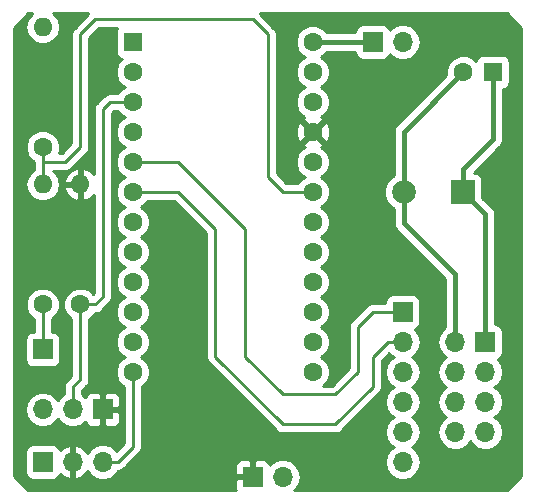
<source format=gbr>
G04 #@! TF.GenerationSoftware,KiCad,Pcbnew,5.0.1*
G04 #@! TF.CreationDate,2019-02-03T14:29:02+01:00*
G04 #@! TF.ProjectId,ardlantic,6172646C616E7469632E6B696361645F,rev?*
G04 #@! TF.SameCoordinates,Original*
G04 #@! TF.FileFunction,Copper,L1,Top,Signal*
G04 #@! TF.FilePolarity,Positive*
%FSLAX46Y46*%
G04 Gerber Fmt 4.6, Leading zero omitted, Abs format (unit mm)*
G04 Created by KiCad (PCBNEW 5.0.1) date Sun 03 Feb 2019 02:29:02 PM CET*
%MOMM*%
%LPD*%
G01*
G04 APERTURE LIST*
G04 #@! TA.AperFunction,ComponentPad*
%ADD10R,2.000000X2.000000*%
G04 #@! TD*
G04 #@! TA.AperFunction,ComponentPad*
%ADD11C,2.000000*%
G04 #@! TD*
G04 #@! TA.AperFunction,ComponentPad*
%ADD12O,1.700000X1.700000*%
G04 #@! TD*
G04 #@! TA.AperFunction,ComponentPad*
%ADD13R,1.700000X1.700000*%
G04 #@! TD*
G04 #@! TA.AperFunction,ComponentPad*
%ADD14C,1.600000*%
G04 #@! TD*
G04 #@! TA.AperFunction,ComponentPad*
%ADD15O,1.600000X1.600000*%
G04 #@! TD*
G04 #@! TA.AperFunction,ComponentPad*
%ADD16R,1.600000X1.600000*%
G04 #@! TD*
G04 #@! TA.AperFunction,Conductor*
%ADD17C,0.250000*%
G04 #@! TD*
G04 #@! TA.AperFunction,Conductor*
%ADD18C,0.400000*%
G04 #@! TD*
G04 #@! TA.AperFunction,Conductor*
%ADD19C,0.254000*%
G04 #@! TD*
G04 APERTURE END LIST*
D10*
G04 #@! TO.P,C1,1*
G04 #@! TO.N,Net-(C1-Pad1)*
X137160000Y-66040000D03*
D11*
G04 #@! TO.P,C1,2*
G04 #@! TO.N,/GND_NRF*
X132160000Y-66040000D03*
G04 #@! TD*
D12*
G04 #@! TO.P,J1 (DC),2*
G04 #@! TO.N,GND*
X132080000Y-53340000D03*
D13*
G04 #@! TO.P,J1 (DC),1*
G04 #@! TO.N,/VDC*
X129540000Y-53340000D03*
G04 #@! TD*
G04 #@! TO.P,J2,1*
G04 #@! TO.N,Net-(J2-Pad1)*
X101600000Y-79375000D03*
G04 #@! TD*
D12*
G04 #@! TO.P,J3 (IR),3*
G04 #@! TO.N,/DAT*
X106680000Y-88900000D03*
G04 #@! TO.P,J3 (IR),2*
G04 #@! TO.N,/VCC*
X104140000Y-88900000D03*
D13*
G04 #@! TO.P,J3 (IR),1*
G04 #@! TO.N,GND*
X101600000Y-88900000D03*
G04 #@! TD*
D12*
G04 #@! TO.P,J4,6*
G04 #@! TO.N,Net-(J4-Pad6)*
X132080000Y-88900000D03*
G04 #@! TO.P,J4,5*
G04 #@! TO.N,/M1*
X132080000Y-86360000D03*
G04 #@! TO.P,J4,4*
G04 #@! TO.N,/M0*
X132080000Y-83820000D03*
G04 #@! TO.P,J4,3*
G04 #@! TO.N,/SCK*
X132080000Y-81280000D03*
G04 #@! TO.P,J4,2*
G04 #@! TO.N,/CS*
X132080000Y-78740000D03*
D13*
G04 #@! TO.P,J4,1*
G04 #@! TO.N,/CE*
X132080000Y-76200000D03*
G04 #@! TD*
D12*
G04 #@! TO.P,J6,8*
G04 #@! TO.N,/M1_NRF*
X136525000Y-86360000D03*
G04 #@! TO.P,J6,7*
G04 #@! TO.N,Net-(J6-Pad7)*
X139065000Y-86360000D03*
G04 #@! TO.P,J6,6*
G04 #@! TO.N,/SCK_NRF*
X136525000Y-83820000D03*
G04 #@! TO.P,J6,5*
G04 #@! TO.N,Net-(J6-Pad5)*
X139065000Y-83820000D03*
G04 #@! TO.P,J6,4*
G04 #@! TO.N,/CE_NRF*
X136525000Y-81280000D03*
G04 #@! TO.P,J6,3*
G04 #@! TO.N,Net-(J6-Pad3)*
X139065000Y-81280000D03*
G04 #@! TO.P,J6,2*
G04 #@! TO.N,/GND_NRF*
X136525000Y-78740000D03*
D13*
G04 #@! TO.P,J6,1*
G04 #@! TO.N,Net-(C1-Pad1)*
X139065000Y-78740000D03*
G04 #@! TD*
G04 #@! TO.P,J5,1*
G04 #@! TO.N,/VCC*
X119380000Y-90170000D03*
D12*
G04 #@! TO.P,J5,2*
G04 #@! TO.N,GND*
X121920000Y-90170000D03*
G04 #@! TD*
D14*
G04 #@! TO.P,R1,1*
G04 #@! TO.N,Net-(J2-Pad1)*
X101600000Y-75565000D03*
D15*
G04 #@! TO.P,R1,2*
G04 #@! TO.N,Net-(R1-Pad2)*
X101600000Y-65405000D03*
G04 #@! TD*
G04 #@! TO.P,R2,2*
G04 #@! TO.N,GND*
X101600000Y-52070000D03*
D14*
G04 #@! TO.P,R2,1*
G04 #@! TO.N,Net-(R1-Pad2)*
X101600000Y-62230000D03*
G04 #@! TD*
D16*
G04 #@! TO.P,U1,1*
G04 #@! TO.N,Net-(U1-Pad1)*
X109220000Y-53340000D03*
D14*
G04 #@! TO.P,U1,2*
G04 #@! TO.N,Net-(U1-Pad2)*
X109220000Y-55880000D03*
G04 #@! TO.P,U1,3*
G04 #@! TO.N,/TDATA*
X109220000Y-58420000D03*
G04 #@! TO.P,U1,4*
G04 #@! TO.N,Net-(U1-Pad4)*
X109220000Y-60960000D03*
G04 #@! TO.P,U1,5*
G04 #@! TO.N,/CE*
X109220000Y-63500000D03*
G04 #@! TO.P,U1,6*
G04 #@! TO.N,/CS*
X109220000Y-66040000D03*
G04 #@! TO.P,U1,7*
G04 #@! TO.N,Net-(U1-Pad7)*
X109220000Y-68580000D03*
G04 #@! TO.P,U1,8*
G04 #@! TO.N,Net-(U1-Pad8)*
X109220000Y-71120000D03*
G04 #@! TO.P,U1,9*
G04 #@! TO.N,Net-(U1-Pad9)*
X109220000Y-73660000D03*
G04 #@! TO.P,U1,10*
G04 #@! TO.N,Net-(U1-Pad10)*
X109220000Y-76200000D03*
G04 #@! TO.P,U1,11*
G04 #@! TO.N,Net-(U1-Pad11)*
X109220000Y-78740000D03*
G04 #@! TO.P,U1,12*
G04 #@! TO.N,/DAT*
X109220000Y-81280000D03*
G04 #@! TO.P,U1,13*
G04 #@! TO.N,Net-(U1-Pad13)*
X124460000Y-81280000D03*
G04 #@! TO.P,U1,14*
G04 #@! TO.N,/M0*
X124460000Y-78740000D03*
G04 #@! TO.P,U1,15*
G04 #@! TO.N,/M1*
X124460000Y-76200000D03*
G04 #@! TO.P,U1,16*
G04 #@! TO.N,/SCK*
X124460000Y-73660000D03*
G04 #@! TO.P,U1,17*
G04 #@! TO.N,Net-(U1-Pad17)*
X124460000Y-71120000D03*
G04 #@! TO.P,U1,18*
G04 #@! TO.N,Net-(U1-Pad18)*
X124460000Y-68580000D03*
G04 #@! TO.P,U1,19*
G04 #@! TO.N,Net-(R1-Pad2)*
X124460000Y-66040000D03*
G04 #@! TO.P,U1,20*
G04 #@! TO.N,Net-(U1-Pad20)*
X124460000Y-63500000D03*
G04 #@! TO.P,U1,21*
G04 #@! TO.N,/VCC*
X124460000Y-60960000D03*
G04 #@! TO.P,U1,22*
G04 #@! TO.N,Net-(U1-Pad22)*
X124460000Y-58420000D03*
G04 #@! TO.P,U1,23*
G04 #@! TO.N,Net-(U1-Pad23)*
X124460000Y-55880000D03*
G04 #@! TO.P,U1,24*
G04 #@! TO.N,/VDC*
X124460000Y-53340000D03*
G04 #@! TD*
D16*
G04 #@! TO.P,C2,1*
G04 #@! TO.N,Net-(C1-Pad1)*
X139700000Y-55880000D03*
D14*
G04 #@! TO.P,C2,2*
G04 #@! TO.N,/GND_NRF*
X137200000Y-55880000D03*
G04 #@! TD*
D13*
G04 #@! TO.P,J7 (TEMP),1*
G04 #@! TO.N,/VCC*
X106680000Y-84455000D03*
D12*
G04 #@! TO.P,J7 (TEMP),2*
G04 #@! TO.N,/TDATA*
X104140000Y-84455000D03*
G04 #@! TO.P,J7 (TEMP),3*
G04 #@! TO.N,GND*
X101600000Y-84455000D03*
G04 #@! TD*
D14*
G04 #@! TO.P,R3,1*
G04 #@! TO.N,/TDATA*
X104775000Y-75565000D03*
D15*
G04 #@! TO.P,R3,2*
G04 #@! TO.N,/VCC*
X104775000Y-65405000D03*
G04 #@! TD*
D17*
G04 #@! TO.N,Net-(J2-Pad1)*
X101600000Y-75565000D02*
X101600000Y-79375000D01*
G04 #@! TO.N,/DAT*
X106680000Y-88900000D02*
X107950000Y-88900000D01*
X107950000Y-88900000D02*
X109220000Y-87630000D01*
X109220000Y-87630000D02*
X109220000Y-83820000D01*
X109220000Y-81280000D02*
X109220000Y-85090000D01*
G04 #@! TO.N,/CE*
X109220000Y-63500000D02*
X113030000Y-63500000D01*
X113030000Y-63500000D02*
X118745000Y-69215000D01*
X118745000Y-69215000D02*
X118745000Y-80010000D01*
X118745000Y-80010000D02*
X121920000Y-83185000D01*
X121920000Y-83185000D02*
X126365000Y-83185000D01*
X126365000Y-83185000D02*
X128270000Y-81280000D01*
X130980000Y-76200000D02*
X132080000Y-76200000D01*
X132080000Y-76200000D02*
X129540000Y-76200000D01*
X128270000Y-77470000D02*
X128270000Y-79375000D01*
X129540000Y-76200000D02*
X128270000Y-77470000D01*
X128270000Y-81280000D02*
X128270000Y-79375000D01*
X128270000Y-79375000D02*
X128270000Y-78910000D01*
G04 #@! TO.N,/CS*
X109220000Y-66040000D02*
X113030000Y-66040000D01*
X113030000Y-66040000D02*
X116205000Y-69215000D01*
X116205000Y-69215000D02*
X116205000Y-80010000D01*
X116205000Y-80010000D02*
X121920000Y-85725000D01*
X121920000Y-85725000D02*
X126365000Y-85725000D01*
X126365000Y-85725000D02*
X129540000Y-82550000D01*
X129540000Y-82550000D02*
X129540000Y-80010000D01*
X129540000Y-80010000D02*
X130810000Y-78740000D01*
X130810000Y-78740000D02*
X132080000Y-78740000D01*
G04 #@! TO.N,Net-(R1-Pad2)*
X104775000Y-62230000D02*
X103505000Y-63500000D01*
X104775000Y-52705000D02*
X104775000Y-62230000D01*
X121920000Y-66040000D02*
X120650000Y-64770000D01*
X124460000Y-66040000D02*
X121920000Y-66040000D01*
X120650000Y-64770000D02*
X120650000Y-52705000D01*
X120650000Y-52705000D02*
X119380000Y-51435000D01*
X119380000Y-51435000D02*
X106045000Y-51435000D01*
X106045000Y-51435000D02*
X104775000Y-52705000D01*
X103505000Y-63500000D02*
X101600000Y-63500000D01*
X101600000Y-62230000D02*
X101600000Y-63500000D01*
X101600000Y-63500000D02*
X101600000Y-65405000D01*
D18*
G04 #@! TO.N,/VDC*
X124460000Y-53340000D02*
X129540000Y-53340000D01*
G04 #@! TO.N,Net-(C1-Pad1)*
X139065000Y-67945000D02*
X137160000Y-66040000D01*
X139065000Y-78740000D02*
X139065000Y-67945000D01*
X137160000Y-66040000D02*
X137160000Y-64135000D01*
X139700000Y-61595000D02*
X139700000Y-55880000D01*
X137160000Y-64135000D02*
X139700000Y-61595000D01*
G04 #@! TO.N,/GND_NRF*
X136525000Y-78740000D02*
X136525000Y-73025000D01*
X132160000Y-68660000D02*
X132160000Y-66040000D01*
X136525000Y-73025000D02*
X132160000Y-68660000D01*
X132160000Y-60920000D02*
X137200000Y-55880000D01*
X132160000Y-66040000D02*
X132160000Y-60920000D01*
D17*
G04 #@! TO.N,/TDATA*
X109220000Y-58420000D02*
X107315000Y-58420000D01*
X107315000Y-58420000D02*
X106680000Y-59055000D01*
X106680000Y-59055000D02*
X106680000Y-74930000D01*
X106045000Y-75565000D02*
X104775000Y-75565000D01*
X106680000Y-74930000D02*
X106045000Y-75565000D01*
X104140000Y-82550000D02*
X104775000Y-81915000D01*
X104140000Y-84455000D02*
X104140000Y-82550000D01*
X104775000Y-75565000D02*
X104775000Y-81915000D01*
G04 #@! TD*
D19*
G04 #@! TO.N,/VCC*
G36*
X100565423Y-51035423D02*
X100248260Y-51510091D01*
X100136887Y-52070000D01*
X100248260Y-52629909D01*
X100565423Y-53104577D01*
X101040091Y-53421740D01*
X101458667Y-53505000D01*
X101741333Y-53505000D01*
X102159909Y-53421740D01*
X102634577Y-53104577D01*
X102951740Y-52629909D01*
X103063113Y-52070000D01*
X102951740Y-51510091D01*
X102634577Y-51035423D01*
X102472311Y-50927000D01*
X105470391Y-50927000D01*
X105454671Y-50950527D01*
X104290530Y-52114669D01*
X104227071Y-52157071D01*
X104059096Y-52408464D01*
X104015000Y-52630149D01*
X104015000Y-52630153D01*
X104000112Y-52705000D01*
X104015000Y-52779847D01*
X104015001Y-61915197D01*
X103190199Y-62740000D01*
X102941984Y-62740000D01*
X103035000Y-62515439D01*
X103035000Y-61944561D01*
X102816534Y-61417138D01*
X102412862Y-61013466D01*
X101885439Y-60795000D01*
X101314561Y-60795000D01*
X100787138Y-61013466D01*
X100383466Y-61417138D01*
X100165000Y-61944561D01*
X100165000Y-62515439D01*
X100383466Y-63042862D01*
X100787138Y-63446534D01*
X100832046Y-63465136D01*
X100825111Y-63500000D01*
X100840000Y-63574852D01*
X100840000Y-64186956D01*
X100565423Y-64370423D01*
X100248260Y-64845091D01*
X100136887Y-65405000D01*
X100248260Y-65964909D01*
X100565423Y-66439577D01*
X101040091Y-66756740D01*
X101458667Y-66840000D01*
X101741333Y-66840000D01*
X102159909Y-66756740D01*
X102634577Y-66439577D01*
X102951740Y-65964909D01*
X102993684Y-65754041D01*
X103383086Y-65754041D01*
X103622611Y-66260134D01*
X104037577Y-66636041D01*
X104425961Y-66796904D01*
X104648000Y-66674915D01*
X104648000Y-65532000D01*
X103504371Y-65532000D01*
X103383086Y-65754041D01*
X102993684Y-65754041D01*
X103063113Y-65405000D01*
X102993685Y-65055959D01*
X103383086Y-65055959D01*
X103504371Y-65278000D01*
X104648000Y-65278000D01*
X104648000Y-64135085D01*
X104425961Y-64013096D01*
X104037577Y-64173959D01*
X103622611Y-64549866D01*
X103383086Y-65055959D01*
X102993685Y-65055959D01*
X102951740Y-64845091D01*
X102634577Y-64370423D01*
X102469317Y-64260000D01*
X103430153Y-64260000D01*
X103505000Y-64274888D01*
X103579847Y-64260000D01*
X103579852Y-64260000D01*
X103801537Y-64215904D01*
X104052929Y-64047929D01*
X104095331Y-63984470D01*
X105259473Y-62820329D01*
X105322929Y-62777929D01*
X105490904Y-62526537D01*
X105535000Y-62304852D01*
X105535000Y-62304848D01*
X105549888Y-62230001D01*
X105535000Y-62155154D01*
X105535000Y-53019801D01*
X106359802Y-52195000D01*
X107886814Y-52195000D01*
X107821843Y-52292235D01*
X107772560Y-52540000D01*
X107772560Y-54140000D01*
X107821843Y-54387765D01*
X107962191Y-54597809D01*
X108172235Y-54738157D01*
X108305866Y-54764738D01*
X108003466Y-55067138D01*
X107785000Y-55594561D01*
X107785000Y-56165439D01*
X108003466Y-56692862D01*
X108407138Y-57096534D01*
X108536216Y-57150000D01*
X108407138Y-57203466D01*
X108003466Y-57607138D01*
X107981570Y-57660000D01*
X107389848Y-57660000D01*
X107315000Y-57645112D01*
X107240152Y-57660000D01*
X107240148Y-57660000D01*
X107018463Y-57704096D01*
X106767071Y-57872071D01*
X106724671Y-57935527D01*
X106195530Y-58464669D01*
X106132071Y-58507071D01*
X105964096Y-58758464D01*
X105920000Y-58980149D01*
X105920000Y-58980153D01*
X105905112Y-59055000D01*
X105920000Y-59129847D01*
X105920000Y-64543173D01*
X105512423Y-64173959D01*
X105124039Y-64013096D01*
X104902000Y-64135085D01*
X104902000Y-65278000D01*
X104922000Y-65278000D01*
X104922000Y-65532000D01*
X104902000Y-65532000D01*
X104902000Y-66674915D01*
X105124039Y-66796904D01*
X105512423Y-66636041D01*
X105920000Y-66266827D01*
X105920001Y-74615197D01*
X105887297Y-74647901D01*
X105587862Y-74348466D01*
X105060439Y-74130000D01*
X104489561Y-74130000D01*
X103962138Y-74348466D01*
X103558466Y-74752138D01*
X103340000Y-75279561D01*
X103340000Y-75850439D01*
X103558466Y-76377862D01*
X103962138Y-76781534D01*
X104015000Y-76803430D01*
X104015001Y-81600197D01*
X103655528Y-81959671D01*
X103592072Y-82002071D01*
X103549672Y-82065527D01*
X103549671Y-82065528D01*
X103424097Y-82253463D01*
X103365112Y-82550000D01*
X103380001Y-82624851D01*
X103380001Y-83176822D01*
X103069375Y-83384375D01*
X102870000Y-83682761D01*
X102670625Y-83384375D01*
X102179418Y-83056161D01*
X101746256Y-82970000D01*
X101453744Y-82970000D01*
X101020582Y-83056161D01*
X100529375Y-83384375D01*
X100201161Y-83875582D01*
X100085908Y-84455000D01*
X100201161Y-85034418D01*
X100529375Y-85525625D01*
X101020582Y-85853839D01*
X101453744Y-85940000D01*
X101746256Y-85940000D01*
X102179418Y-85853839D01*
X102670625Y-85525625D01*
X102870000Y-85227239D01*
X103069375Y-85525625D01*
X103560582Y-85853839D01*
X103993744Y-85940000D01*
X104286256Y-85940000D01*
X104719418Y-85853839D01*
X105210625Y-85525625D01*
X105225096Y-85503967D01*
X105291673Y-85664698D01*
X105470301Y-85843327D01*
X105703690Y-85940000D01*
X106394250Y-85940000D01*
X106553000Y-85781250D01*
X106553000Y-84582000D01*
X106807000Y-84582000D01*
X106807000Y-85781250D01*
X106965750Y-85940000D01*
X107656310Y-85940000D01*
X107889699Y-85843327D01*
X108068327Y-85664698D01*
X108165000Y-85431309D01*
X108165000Y-84740750D01*
X108006250Y-84582000D01*
X106807000Y-84582000D01*
X106553000Y-84582000D01*
X106533000Y-84582000D01*
X106533000Y-84328000D01*
X106553000Y-84328000D01*
X106553000Y-83128750D01*
X106807000Y-83128750D01*
X106807000Y-84328000D01*
X108006250Y-84328000D01*
X108165000Y-84169250D01*
X108165000Y-83478691D01*
X108068327Y-83245302D01*
X107889699Y-83066673D01*
X107656310Y-82970000D01*
X106965750Y-82970000D01*
X106807000Y-83128750D01*
X106553000Y-83128750D01*
X106394250Y-82970000D01*
X105703690Y-82970000D01*
X105470301Y-83066673D01*
X105291673Y-83245302D01*
X105225096Y-83406033D01*
X105210625Y-83384375D01*
X104900000Y-83176822D01*
X104900000Y-82864801D01*
X105259473Y-82505329D01*
X105322929Y-82462929D01*
X105490904Y-82211537D01*
X105535000Y-81989852D01*
X105535000Y-81989848D01*
X105549888Y-81915000D01*
X105535000Y-81840152D01*
X105535000Y-76803430D01*
X105587862Y-76781534D01*
X105991534Y-76377862D01*
X106010136Y-76332953D01*
X106045000Y-76339888D01*
X106119847Y-76325000D01*
X106119852Y-76325000D01*
X106341537Y-76280904D01*
X106592929Y-76112929D01*
X106635331Y-76049470D01*
X107164473Y-75520329D01*
X107227929Y-75477929D01*
X107395904Y-75226537D01*
X107440000Y-75004852D01*
X107440000Y-75004848D01*
X107454888Y-74930000D01*
X107440000Y-74855152D01*
X107440000Y-59369801D01*
X107629802Y-59180000D01*
X107981570Y-59180000D01*
X108003466Y-59232862D01*
X108407138Y-59636534D01*
X108536216Y-59690000D01*
X108407138Y-59743466D01*
X108003466Y-60147138D01*
X107785000Y-60674561D01*
X107785000Y-61245439D01*
X108003466Y-61772862D01*
X108407138Y-62176534D01*
X108536216Y-62230000D01*
X108407138Y-62283466D01*
X108003466Y-62687138D01*
X107785000Y-63214561D01*
X107785000Y-63785439D01*
X108003466Y-64312862D01*
X108407138Y-64716534D01*
X108536216Y-64770000D01*
X108407138Y-64823466D01*
X108003466Y-65227138D01*
X107785000Y-65754561D01*
X107785000Y-66325439D01*
X108003466Y-66852862D01*
X108407138Y-67256534D01*
X108536216Y-67310000D01*
X108407138Y-67363466D01*
X108003466Y-67767138D01*
X107785000Y-68294561D01*
X107785000Y-68865439D01*
X108003466Y-69392862D01*
X108407138Y-69796534D01*
X108536216Y-69850000D01*
X108407138Y-69903466D01*
X108003466Y-70307138D01*
X107785000Y-70834561D01*
X107785000Y-71405439D01*
X108003466Y-71932862D01*
X108407138Y-72336534D01*
X108536216Y-72390000D01*
X108407138Y-72443466D01*
X108003466Y-72847138D01*
X107785000Y-73374561D01*
X107785000Y-73945439D01*
X108003466Y-74472862D01*
X108407138Y-74876534D01*
X108536216Y-74930000D01*
X108407138Y-74983466D01*
X108003466Y-75387138D01*
X107785000Y-75914561D01*
X107785000Y-76485439D01*
X108003466Y-77012862D01*
X108407138Y-77416534D01*
X108536216Y-77470000D01*
X108407138Y-77523466D01*
X108003466Y-77927138D01*
X107785000Y-78454561D01*
X107785000Y-79025439D01*
X108003466Y-79552862D01*
X108407138Y-79956534D01*
X108536216Y-80010000D01*
X108407138Y-80063466D01*
X108003466Y-80467138D01*
X107785000Y-80994561D01*
X107785000Y-81565439D01*
X108003466Y-82092862D01*
X108407138Y-82496534D01*
X108460000Y-82518430D01*
X108460001Y-83745148D01*
X108460000Y-87315198D01*
X107828811Y-87946388D01*
X107750625Y-87829375D01*
X107259418Y-87501161D01*
X106826256Y-87415000D01*
X106533744Y-87415000D01*
X106100582Y-87501161D01*
X105609375Y-87829375D01*
X105396157Y-88148478D01*
X105335183Y-88018642D01*
X104906924Y-87628355D01*
X104496890Y-87458524D01*
X104267000Y-87579845D01*
X104267000Y-88773000D01*
X104287000Y-88773000D01*
X104287000Y-89027000D01*
X104267000Y-89027000D01*
X104267000Y-90220155D01*
X104496890Y-90341476D01*
X104906924Y-90171645D01*
X105335183Y-89781358D01*
X105396157Y-89651522D01*
X105609375Y-89970625D01*
X106100582Y-90298839D01*
X106533744Y-90385000D01*
X106826256Y-90385000D01*
X107259418Y-90298839D01*
X107750625Y-89970625D01*
X107948438Y-89674577D01*
X107950000Y-89674888D01*
X108024847Y-89660000D01*
X108024852Y-89660000D01*
X108246537Y-89615904D01*
X108497929Y-89447929D01*
X108540331Y-89384470D01*
X108731110Y-89193691D01*
X117895000Y-89193691D01*
X117895000Y-89884250D01*
X118053750Y-90043000D01*
X119253000Y-90043000D01*
X119253000Y-88843750D01*
X119094250Y-88685000D01*
X118403690Y-88685000D01*
X118170301Y-88781673D01*
X117991673Y-88960302D01*
X117895000Y-89193691D01*
X108731110Y-89193691D01*
X109704473Y-88220329D01*
X109767929Y-88177929D01*
X109935904Y-87926537D01*
X109980000Y-87704852D01*
X109980000Y-87704848D01*
X109994888Y-87630001D01*
X109980000Y-87555154D01*
X109980000Y-82518430D01*
X110032862Y-82496534D01*
X110436534Y-82092862D01*
X110655000Y-81565439D01*
X110655000Y-80994561D01*
X110436534Y-80467138D01*
X110032862Y-80063466D01*
X109903784Y-80010000D01*
X110032862Y-79956534D01*
X110436534Y-79552862D01*
X110655000Y-79025439D01*
X110655000Y-78454561D01*
X110436534Y-77927138D01*
X110032862Y-77523466D01*
X109903784Y-77470000D01*
X110032862Y-77416534D01*
X110436534Y-77012862D01*
X110655000Y-76485439D01*
X110655000Y-75914561D01*
X110436534Y-75387138D01*
X110032862Y-74983466D01*
X109903784Y-74930000D01*
X110032862Y-74876534D01*
X110436534Y-74472862D01*
X110655000Y-73945439D01*
X110655000Y-73374561D01*
X110436534Y-72847138D01*
X110032862Y-72443466D01*
X109903784Y-72390000D01*
X110032862Y-72336534D01*
X110436534Y-71932862D01*
X110655000Y-71405439D01*
X110655000Y-70834561D01*
X110436534Y-70307138D01*
X110032862Y-69903466D01*
X109903784Y-69850000D01*
X110032862Y-69796534D01*
X110436534Y-69392862D01*
X110655000Y-68865439D01*
X110655000Y-68294561D01*
X110436534Y-67767138D01*
X110032862Y-67363466D01*
X109903784Y-67310000D01*
X110032862Y-67256534D01*
X110436534Y-66852862D01*
X110458430Y-66800000D01*
X112715199Y-66800000D01*
X115445000Y-69529802D01*
X115445001Y-79935148D01*
X115430112Y-80010000D01*
X115445001Y-80084852D01*
X115489097Y-80306537D01*
X115657072Y-80557929D01*
X115720528Y-80600329D01*
X121329671Y-86209473D01*
X121372071Y-86272929D01*
X121623463Y-86440904D01*
X121845148Y-86485000D01*
X121845152Y-86485000D01*
X121920000Y-86499888D01*
X121994848Y-86485000D01*
X126290153Y-86485000D01*
X126365000Y-86499888D01*
X126439847Y-86485000D01*
X126439852Y-86485000D01*
X126661537Y-86440904D01*
X126912929Y-86272929D01*
X126955331Y-86209470D01*
X130024473Y-83140329D01*
X130087929Y-83097929D01*
X130255904Y-82846537D01*
X130300000Y-82624852D01*
X130300000Y-82624848D01*
X130314888Y-82550001D01*
X130300000Y-82475154D01*
X130300000Y-80324801D01*
X130931190Y-79693612D01*
X131009375Y-79810625D01*
X131307761Y-80010000D01*
X131009375Y-80209375D01*
X130681161Y-80700582D01*
X130565908Y-81280000D01*
X130681161Y-81859418D01*
X131009375Y-82350625D01*
X131307761Y-82550000D01*
X131009375Y-82749375D01*
X130681161Y-83240582D01*
X130565908Y-83820000D01*
X130681161Y-84399418D01*
X131009375Y-84890625D01*
X131307761Y-85090000D01*
X131009375Y-85289375D01*
X130681161Y-85780582D01*
X130565908Y-86360000D01*
X130681161Y-86939418D01*
X131009375Y-87430625D01*
X131307761Y-87630000D01*
X131009375Y-87829375D01*
X130681161Y-88320582D01*
X130565908Y-88900000D01*
X130681161Y-89479418D01*
X131009375Y-89970625D01*
X131500582Y-90298839D01*
X131933744Y-90385000D01*
X132226256Y-90385000D01*
X132659418Y-90298839D01*
X133150625Y-89970625D01*
X133478839Y-89479418D01*
X133594092Y-88900000D01*
X133478839Y-88320582D01*
X133150625Y-87829375D01*
X132852239Y-87630000D01*
X133150625Y-87430625D01*
X133478839Y-86939418D01*
X133594092Y-86360000D01*
X133478839Y-85780582D01*
X133150625Y-85289375D01*
X132852239Y-85090000D01*
X133150625Y-84890625D01*
X133478839Y-84399418D01*
X133594092Y-83820000D01*
X133478839Y-83240582D01*
X133150625Y-82749375D01*
X132852239Y-82550000D01*
X133150625Y-82350625D01*
X133478839Y-81859418D01*
X133594092Y-81280000D01*
X133478839Y-80700582D01*
X133150625Y-80209375D01*
X132852239Y-80010000D01*
X133150625Y-79810625D01*
X133478839Y-79319418D01*
X133594092Y-78740000D01*
X133478839Y-78160582D01*
X133150625Y-77669375D01*
X133132381Y-77657184D01*
X133177765Y-77648157D01*
X133387809Y-77507809D01*
X133528157Y-77297765D01*
X133577440Y-77050000D01*
X133577440Y-75350000D01*
X133528157Y-75102235D01*
X133387809Y-74892191D01*
X133177765Y-74751843D01*
X132930000Y-74702560D01*
X131230000Y-74702560D01*
X130982235Y-74751843D01*
X130772191Y-74892191D01*
X130631843Y-75102235D01*
X130582560Y-75350000D01*
X130582560Y-75440000D01*
X129614846Y-75440000D01*
X129539999Y-75425112D01*
X129465152Y-75440000D01*
X129465148Y-75440000D01*
X129243463Y-75484096D01*
X128992071Y-75652071D01*
X128949671Y-75715527D01*
X127785530Y-76879669D01*
X127722071Y-76922071D01*
X127554096Y-77173464D01*
X127510000Y-77395149D01*
X127510000Y-77395153D01*
X127495112Y-77470000D01*
X127510000Y-77544847D01*
X127510001Y-78835144D01*
X127510000Y-78835148D01*
X127510000Y-79449851D01*
X127510001Y-79449856D01*
X127510000Y-80965198D01*
X126050199Y-82425000D01*
X125344396Y-82425000D01*
X125676534Y-82092862D01*
X125895000Y-81565439D01*
X125895000Y-80994561D01*
X125676534Y-80467138D01*
X125272862Y-80063466D01*
X125143784Y-80010000D01*
X125272862Y-79956534D01*
X125676534Y-79552862D01*
X125895000Y-79025439D01*
X125895000Y-78454561D01*
X125676534Y-77927138D01*
X125272862Y-77523466D01*
X125143784Y-77470000D01*
X125272862Y-77416534D01*
X125676534Y-77012862D01*
X125895000Y-76485439D01*
X125895000Y-75914561D01*
X125676534Y-75387138D01*
X125272862Y-74983466D01*
X125143784Y-74930000D01*
X125272862Y-74876534D01*
X125676534Y-74472862D01*
X125895000Y-73945439D01*
X125895000Y-73374561D01*
X125676534Y-72847138D01*
X125272862Y-72443466D01*
X125143784Y-72390000D01*
X125272862Y-72336534D01*
X125676534Y-71932862D01*
X125895000Y-71405439D01*
X125895000Y-70834561D01*
X125676534Y-70307138D01*
X125272862Y-69903466D01*
X125143784Y-69850000D01*
X125272862Y-69796534D01*
X125676534Y-69392862D01*
X125895000Y-68865439D01*
X125895000Y-68294561D01*
X125676534Y-67767138D01*
X125272862Y-67363466D01*
X125143784Y-67310000D01*
X125272862Y-67256534D01*
X125676534Y-66852862D01*
X125895000Y-66325439D01*
X125895000Y-65754561D01*
X125878522Y-65714778D01*
X130525000Y-65714778D01*
X130525000Y-66365222D01*
X130773914Y-66966153D01*
X131233847Y-67426086D01*
X131325000Y-67463843D01*
X131325000Y-68577767D01*
X131308643Y-68660000D01*
X131325000Y-68742233D01*
X131325000Y-68742236D01*
X131373448Y-68985800D01*
X131557999Y-69262001D01*
X131627720Y-69308587D01*
X135690001Y-73370869D01*
X135690000Y-77511935D01*
X135454375Y-77669375D01*
X135126161Y-78160582D01*
X135010908Y-78740000D01*
X135126161Y-79319418D01*
X135454375Y-79810625D01*
X135752761Y-80010000D01*
X135454375Y-80209375D01*
X135126161Y-80700582D01*
X135010908Y-81280000D01*
X135126161Y-81859418D01*
X135454375Y-82350625D01*
X135752761Y-82550000D01*
X135454375Y-82749375D01*
X135126161Y-83240582D01*
X135010908Y-83820000D01*
X135126161Y-84399418D01*
X135454375Y-84890625D01*
X135752761Y-85090000D01*
X135454375Y-85289375D01*
X135126161Y-85780582D01*
X135010908Y-86360000D01*
X135126161Y-86939418D01*
X135454375Y-87430625D01*
X135945582Y-87758839D01*
X136378744Y-87845000D01*
X136671256Y-87845000D01*
X137104418Y-87758839D01*
X137595625Y-87430625D01*
X137795000Y-87132239D01*
X137994375Y-87430625D01*
X138485582Y-87758839D01*
X138918744Y-87845000D01*
X139211256Y-87845000D01*
X139644418Y-87758839D01*
X140135625Y-87430625D01*
X140463839Y-86939418D01*
X140579092Y-86360000D01*
X140463839Y-85780582D01*
X140135625Y-85289375D01*
X139837239Y-85090000D01*
X140135625Y-84890625D01*
X140463839Y-84399418D01*
X140579092Y-83820000D01*
X140463839Y-83240582D01*
X140135625Y-82749375D01*
X139837239Y-82550000D01*
X140135625Y-82350625D01*
X140463839Y-81859418D01*
X140579092Y-81280000D01*
X140463839Y-80700582D01*
X140135625Y-80209375D01*
X140117381Y-80197184D01*
X140162765Y-80188157D01*
X140372809Y-80047809D01*
X140513157Y-79837765D01*
X140562440Y-79590000D01*
X140562440Y-77890000D01*
X140513157Y-77642235D01*
X140372809Y-77432191D01*
X140162765Y-77291843D01*
X139915000Y-77242560D01*
X139900000Y-77242560D01*
X139900000Y-68027237D01*
X139916358Y-67945000D01*
X139851552Y-67619199D01*
X139713584Y-67412716D01*
X139667001Y-67342999D01*
X139597283Y-67296415D01*
X138807440Y-66506572D01*
X138807440Y-65040000D01*
X138758157Y-64792235D01*
X138617809Y-64582191D01*
X138407765Y-64441843D01*
X138160000Y-64392560D01*
X138083307Y-64392560D01*
X140232286Y-62243583D01*
X140302001Y-62197001D01*
X140486552Y-61920801D01*
X140535000Y-61677237D01*
X140535000Y-61677234D01*
X140551357Y-61595001D01*
X140535000Y-61512768D01*
X140535000Y-57320478D01*
X140747765Y-57278157D01*
X140957809Y-57137809D01*
X141098157Y-56927765D01*
X141147440Y-56680000D01*
X141147440Y-55080000D01*
X141098157Y-54832235D01*
X140957809Y-54622191D01*
X140747765Y-54481843D01*
X140500000Y-54432560D01*
X138900000Y-54432560D01*
X138652235Y-54481843D01*
X138442191Y-54622191D01*
X138301843Y-54832235D01*
X138281899Y-54932503D01*
X138012862Y-54663466D01*
X137485439Y-54445000D01*
X136914561Y-54445000D01*
X136387138Y-54663466D01*
X135983466Y-55067138D01*
X135765000Y-55594561D01*
X135765000Y-56134131D01*
X131627718Y-60271415D01*
X131558000Y-60317999D01*
X131511416Y-60387717D01*
X131373448Y-60594200D01*
X131308643Y-60920000D01*
X131325001Y-61002238D01*
X131325000Y-64616157D01*
X131233847Y-64653914D01*
X130773914Y-65113847D01*
X130525000Y-65714778D01*
X125878522Y-65714778D01*
X125676534Y-65227138D01*
X125272862Y-64823466D01*
X125143784Y-64770000D01*
X125272862Y-64716534D01*
X125676534Y-64312862D01*
X125895000Y-63785439D01*
X125895000Y-63214561D01*
X125676534Y-62687138D01*
X125272862Y-62283466D01*
X125159417Y-62236475D01*
X125214005Y-62213864D01*
X125288139Y-61967745D01*
X124460000Y-61139605D01*
X123631861Y-61967745D01*
X123705995Y-62213864D01*
X123764448Y-62234874D01*
X123647138Y-62283466D01*
X123243466Y-62687138D01*
X123025000Y-63214561D01*
X123025000Y-63785439D01*
X123243466Y-64312862D01*
X123647138Y-64716534D01*
X123776216Y-64770000D01*
X123647138Y-64823466D01*
X123243466Y-65227138D01*
X123221570Y-65280000D01*
X122234802Y-65280000D01*
X121410000Y-64455199D01*
X121410000Y-60743223D01*
X123013035Y-60743223D01*
X123040222Y-61313454D01*
X123206136Y-61714005D01*
X123452255Y-61788139D01*
X124280395Y-60960000D01*
X124639605Y-60960000D01*
X125467745Y-61788139D01*
X125713864Y-61714005D01*
X125906965Y-61176777D01*
X125879778Y-60606546D01*
X125713864Y-60205995D01*
X125467745Y-60131861D01*
X124639605Y-60960000D01*
X124280395Y-60960000D01*
X123452255Y-60131861D01*
X123206136Y-60205995D01*
X123013035Y-60743223D01*
X121410000Y-60743223D01*
X121410000Y-53054561D01*
X123025000Y-53054561D01*
X123025000Y-53625439D01*
X123243466Y-54152862D01*
X123647138Y-54556534D01*
X123776216Y-54610000D01*
X123647138Y-54663466D01*
X123243466Y-55067138D01*
X123025000Y-55594561D01*
X123025000Y-56165439D01*
X123243466Y-56692862D01*
X123647138Y-57096534D01*
X123776216Y-57150000D01*
X123647138Y-57203466D01*
X123243466Y-57607138D01*
X123025000Y-58134561D01*
X123025000Y-58705439D01*
X123243466Y-59232862D01*
X123647138Y-59636534D01*
X123760583Y-59683525D01*
X123705995Y-59706136D01*
X123631861Y-59952255D01*
X124460000Y-60780395D01*
X125288139Y-59952255D01*
X125214005Y-59706136D01*
X125155552Y-59685126D01*
X125272862Y-59636534D01*
X125676534Y-59232862D01*
X125895000Y-58705439D01*
X125895000Y-58134561D01*
X125676534Y-57607138D01*
X125272862Y-57203466D01*
X125143784Y-57150000D01*
X125272862Y-57096534D01*
X125676534Y-56692862D01*
X125895000Y-56165439D01*
X125895000Y-55594561D01*
X125676534Y-55067138D01*
X125272862Y-54663466D01*
X125143784Y-54610000D01*
X125272862Y-54556534D01*
X125654396Y-54175000D01*
X128042560Y-54175000D01*
X128042560Y-54190000D01*
X128091843Y-54437765D01*
X128232191Y-54647809D01*
X128442235Y-54788157D01*
X128690000Y-54837440D01*
X130390000Y-54837440D01*
X130637765Y-54788157D01*
X130847809Y-54647809D01*
X130988157Y-54437765D01*
X130997184Y-54392381D01*
X131009375Y-54410625D01*
X131500582Y-54738839D01*
X131933744Y-54825000D01*
X132226256Y-54825000D01*
X132659418Y-54738839D01*
X133150625Y-54410625D01*
X133478839Y-53919418D01*
X133594092Y-53340000D01*
X133478839Y-52760582D01*
X133150625Y-52269375D01*
X132659418Y-51941161D01*
X132226256Y-51855000D01*
X131933744Y-51855000D01*
X131500582Y-51941161D01*
X131009375Y-52269375D01*
X130997184Y-52287619D01*
X130988157Y-52242235D01*
X130847809Y-52032191D01*
X130637765Y-51891843D01*
X130390000Y-51842560D01*
X128690000Y-51842560D01*
X128442235Y-51891843D01*
X128232191Y-52032191D01*
X128091843Y-52242235D01*
X128042560Y-52490000D01*
X128042560Y-52505000D01*
X125654396Y-52505000D01*
X125272862Y-52123466D01*
X124745439Y-51905000D01*
X124174561Y-51905000D01*
X123647138Y-52123466D01*
X123243466Y-52527138D01*
X123025000Y-53054561D01*
X121410000Y-53054561D01*
X121410000Y-52779846D01*
X121424888Y-52704999D01*
X121410000Y-52630152D01*
X121410000Y-52630148D01*
X121365904Y-52408463D01*
X121197929Y-52157071D01*
X121134473Y-52114671D01*
X119970331Y-50950530D01*
X119954609Y-50927000D01*
X140917394Y-50927000D01*
X142113000Y-52122606D01*
X142113000Y-90117394D01*
X140917394Y-91313000D01*
X122882308Y-91313000D01*
X122990625Y-91240625D01*
X123318839Y-90749418D01*
X123434092Y-90170000D01*
X123318839Y-89590582D01*
X122990625Y-89099375D01*
X122499418Y-88771161D01*
X122066256Y-88685000D01*
X121773744Y-88685000D01*
X121340582Y-88771161D01*
X120849375Y-89099375D01*
X120834904Y-89121033D01*
X120768327Y-88960302D01*
X120589699Y-88781673D01*
X120356310Y-88685000D01*
X119665750Y-88685000D01*
X119507000Y-88843750D01*
X119507000Y-90043000D01*
X119527000Y-90043000D01*
X119527000Y-90297000D01*
X119507000Y-90297000D01*
X119507000Y-90317000D01*
X119253000Y-90317000D01*
X119253000Y-90297000D01*
X118053750Y-90297000D01*
X117895000Y-90455750D01*
X117895000Y-91146309D01*
X117964046Y-91313000D01*
X100382606Y-91313000D01*
X99187000Y-90117394D01*
X99187000Y-88050000D01*
X100102560Y-88050000D01*
X100102560Y-89750000D01*
X100151843Y-89997765D01*
X100292191Y-90207809D01*
X100502235Y-90348157D01*
X100750000Y-90397440D01*
X102450000Y-90397440D01*
X102697765Y-90348157D01*
X102907809Y-90207809D01*
X103048157Y-89997765D01*
X103068739Y-89894292D01*
X103373076Y-90171645D01*
X103783110Y-90341476D01*
X104013000Y-90220155D01*
X104013000Y-89027000D01*
X103993000Y-89027000D01*
X103993000Y-88773000D01*
X104013000Y-88773000D01*
X104013000Y-87579845D01*
X103783110Y-87458524D01*
X103373076Y-87628355D01*
X103068739Y-87905708D01*
X103048157Y-87802235D01*
X102907809Y-87592191D01*
X102697765Y-87451843D01*
X102450000Y-87402560D01*
X100750000Y-87402560D01*
X100502235Y-87451843D01*
X100292191Y-87592191D01*
X100151843Y-87802235D01*
X100102560Y-88050000D01*
X99187000Y-88050000D01*
X99187000Y-78525000D01*
X100102560Y-78525000D01*
X100102560Y-80225000D01*
X100151843Y-80472765D01*
X100292191Y-80682809D01*
X100502235Y-80823157D01*
X100750000Y-80872440D01*
X102450000Y-80872440D01*
X102697765Y-80823157D01*
X102907809Y-80682809D01*
X103048157Y-80472765D01*
X103097440Y-80225000D01*
X103097440Y-78525000D01*
X103048157Y-78277235D01*
X102907809Y-78067191D01*
X102697765Y-77926843D01*
X102450000Y-77877560D01*
X102360000Y-77877560D01*
X102360000Y-76803430D01*
X102412862Y-76781534D01*
X102816534Y-76377862D01*
X103035000Y-75850439D01*
X103035000Y-75279561D01*
X102816534Y-74752138D01*
X102412862Y-74348466D01*
X101885439Y-74130000D01*
X101314561Y-74130000D01*
X100787138Y-74348466D01*
X100383466Y-74752138D01*
X100165000Y-75279561D01*
X100165000Y-75850439D01*
X100383466Y-76377862D01*
X100787138Y-76781534D01*
X100840000Y-76803430D01*
X100840001Y-77877560D01*
X100750000Y-77877560D01*
X100502235Y-77926843D01*
X100292191Y-78067191D01*
X100151843Y-78277235D01*
X100102560Y-78525000D01*
X99187000Y-78525000D01*
X99187000Y-52122606D01*
X100382606Y-50927000D01*
X100727689Y-50927000D01*
X100565423Y-51035423D01*
X100565423Y-51035423D01*
G37*
X100565423Y-51035423D02*
X100248260Y-51510091D01*
X100136887Y-52070000D01*
X100248260Y-52629909D01*
X100565423Y-53104577D01*
X101040091Y-53421740D01*
X101458667Y-53505000D01*
X101741333Y-53505000D01*
X102159909Y-53421740D01*
X102634577Y-53104577D01*
X102951740Y-52629909D01*
X103063113Y-52070000D01*
X102951740Y-51510091D01*
X102634577Y-51035423D01*
X102472311Y-50927000D01*
X105470391Y-50927000D01*
X105454671Y-50950527D01*
X104290530Y-52114669D01*
X104227071Y-52157071D01*
X104059096Y-52408464D01*
X104015000Y-52630149D01*
X104015000Y-52630153D01*
X104000112Y-52705000D01*
X104015000Y-52779847D01*
X104015001Y-61915197D01*
X103190199Y-62740000D01*
X102941984Y-62740000D01*
X103035000Y-62515439D01*
X103035000Y-61944561D01*
X102816534Y-61417138D01*
X102412862Y-61013466D01*
X101885439Y-60795000D01*
X101314561Y-60795000D01*
X100787138Y-61013466D01*
X100383466Y-61417138D01*
X100165000Y-61944561D01*
X100165000Y-62515439D01*
X100383466Y-63042862D01*
X100787138Y-63446534D01*
X100832046Y-63465136D01*
X100825111Y-63500000D01*
X100840000Y-63574852D01*
X100840000Y-64186956D01*
X100565423Y-64370423D01*
X100248260Y-64845091D01*
X100136887Y-65405000D01*
X100248260Y-65964909D01*
X100565423Y-66439577D01*
X101040091Y-66756740D01*
X101458667Y-66840000D01*
X101741333Y-66840000D01*
X102159909Y-66756740D01*
X102634577Y-66439577D01*
X102951740Y-65964909D01*
X102993684Y-65754041D01*
X103383086Y-65754041D01*
X103622611Y-66260134D01*
X104037577Y-66636041D01*
X104425961Y-66796904D01*
X104648000Y-66674915D01*
X104648000Y-65532000D01*
X103504371Y-65532000D01*
X103383086Y-65754041D01*
X102993684Y-65754041D01*
X103063113Y-65405000D01*
X102993685Y-65055959D01*
X103383086Y-65055959D01*
X103504371Y-65278000D01*
X104648000Y-65278000D01*
X104648000Y-64135085D01*
X104425961Y-64013096D01*
X104037577Y-64173959D01*
X103622611Y-64549866D01*
X103383086Y-65055959D01*
X102993685Y-65055959D01*
X102951740Y-64845091D01*
X102634577Y-64370423D01*
X102469317Y-64260000D01*
X103430153Y-64260000D01*
X103505000Y-64274888D01*
X103579847Y-64260000D01*
X103579852Y-64260000D01*
X103801537Y-64215904D01*
X104052929Y-64047929D01*
X104095331Y-63984470D01*
X105259473Y-62820329D01*
X105322929Y-62777929D01*
X105490904Y-62526537D01*
X105535000Y-62304852D01*
X105535000Y-62304848D01*
X105549888Y-62230001D01*
X105535000Y-62155154D01*
X105535000Y-53019801D01*
X106359802Y-52195000D01*
X107886814Y-52195000D01*
X107821843Y-52292235D01*
X107772560Y-52540000D01*
X107772560Y-54140000D01*
X107821843Y-54387765D01*
X107962191Y-54597809D01*
X108172235Y-54738157D01*
X108305866Y-54764738D01*
X108003466Y-55067138D01*
X107785000Y-55594561D01*
X107785000Y-56165439D01*
X108003466Y-56692862D01*
X108407138Y-57096534D01*
X108536216Y-57150000D01*
X108407138Y-57203466D01*
X108003466Y-57607138D01*
X107981570Y-57660000D01*
X107389848Y-57660000D01*
X107315000Y-57645112D01*
X107240152Y-57660000D01*
X107240148Y-57660000D01*
X107018463Y-57704096D01*
X106767071Y-57872071D01*
X106724671Y-57935527D01*
X106195530Y-58464669D01*
X106132071Y-58507071D01*
X105964096Y-58758464D01*
X105920000Y-58980149D01*
X105920000Y-58980153D01*
X105905112Y-59055000D01*
X105920000Y-59129847D01*
X105920000Y-64543173D01*
X105512423Y-64173959D01*
X105124039Y-64013096D01*
X104902000Y-64135085D01*
X104902000Y-65278000D01*
X104922000Y-65278000D01*
X104922000Y-65532000D01*
X104902000Y-65532000D01*
X104902000Y-66674915D01*
X105124039Y-66796904D01*
X105512423Y-66636041D01*
X105920000Y-66266827D01*
X105920001Y-74615197D01*
X105887297Y-74647901D01*
X105587862Y-74348466D01*
X105060439Y-74130000D01*
X104489561Y-74130000D01*
X103962138Y-74348466D01*
X103558466Y-74752138D01*
X103340000Y-75279561D01*
X103340000Y-75850439D01*
X103558466Y-76377862D01*
X103962138Y-76781534D01*
X104015000Y-76803430D01*
X104015001Y-81600197D01*
X103655528Y-81959671D01*
X103592072Y-82002071D01*
X103549672Y-82065527D01*
X103549671Y-82065528D01*
X103424097Y-82253463D01*
X103365112Y-82550000D01*
X103380001Y-82624851D01*
X103380001Y-83176822D01*
X103069375Y-83384375D01*
X102870000Y-83682761D01*
X102670625Y-83384375D01*
X102179418Y-83056161D01*
X101746256Y-82970000D01*
X101453744Y-82970000D01*
X101020582Y-83056161D01*
X100529375Y-83384375D01*
X100201161Y-83875582D01*
X100085908Y-84455000D01*
X100201161Y-85034418D01*
X100529375Y-85525625D01*
X101020582Y-85853839D01*
X101453744Y-85940000D01*
X101746256Y-85940000D01*
X102179418Y-85853839D01*
X102670625Y-85525625D01*
X102870000Y-85227239D01*
X103069375Y-85525625D01*
X103560582Y-85853839D01*
X103993744Y-85940000D01*
X104286256Y-85940000D01*
X104719418Y-85853839D01*
X105210625Y-85525625D01*
X105225096Y-85503967D01*
X105291673Y-85664698D01*
X105470301Y-85843327D01*
X105703690Y-85940000D01*
X106394250Y-85940000D01*
X106553000Y-85781250D01*
X106553000Y-84582000D01*
X106807000Y-84582000D01*
X106807000Y-85781250D01*
X106965750Y-85940000D01*
X107656310Y-85940000D01*
X107889699Y-85843327D01*
X108068327Y-85664698D01*
X108165000Y-85431309D01*
X108165000Y-84740750D01*
X108006250Y-84582000D01*
X106807000Y-84582000D01*
X106553000Y-84582000D01*
X106533000Y-84582000D01*
X106533000Y-84328000D01*
X106553000Y-84328000D01*
X106553000Y-83128750D01*
X106807000Y-83128750D01*
X106807000Y-84328000D01*
X108006250Y-84328000D01*
X108165000Y-84169250D01*
X108165000Y-83478691D01*
X108068327Y-83245302D01*
X107889699Y-83066673D01*
X107656310Y-82970000D01*
X106965750Y-82970000D01*
X106807000Y-83128750D01*
X106553000Y-83128750D01*
X106394250Y-82970000D01*
X105703690Y-82970000D01*
X105470301Y-83066673D01*
X105291673Y-83245302D01*
X105225096Y-83406033D01*
X105210625Y-83384375D01*
X104900000Y-83176822D01*
X104900000Y-82864801D01*
X105259473Y-82505329D01*
X105322929Y-82462929D01*
X105490904Y-82211537D01*
X105535000Y-81989852D01*
X105535000Y-81989848D01*
X105549888Y-81915000D01*
X105535000Y-81840152D01*
X105535000Y-76803430D01*
X105587862Y-76781534D01*
X105991534Y-76377862D01*
X106010136Y-76332953D01*
X106045000Y-76339888D01*
X106119847Y-76325000D01*
X106119852Y-76325000D01*
X106341537Y-76280904D01*
X106592929Y-76112929D01*
X106635331Y-76049470D01*
X107164473Y-75520329D01*
X107227929Y-75477929D01*
X107395904Y-75226537D01*
X107440000Y-75004852D01*
X107440000Y-75004848D01*
X107454888Y-74930000D01*
X107440000Y-74855152D01*
X107440000Y-59369801D01*
X107629802Y-59180000D01*
X107981570Y-59180000D01*
X108003466Y-59232862D01*
X108407138Y-59636534D01*
X108536216Y-59690000D01*
X108407138Y-59743466D01*
X108003466Y-60147138D01*
X107785000Y-60674561D01*
X107785000Y-61245439D01*
X108003466Y-61772862D01*
X108407138Y-62176534D01*
X108536216Y-62230000D01*
X108407138Y-62283466D01*
X108003466Y-62687138D01*
X107785000Y-63214561D01*
X107785000Y-63785439D01*
X108003466Y-64312862D01*
X108407138Y-64716534D01*
X108536216Y-64770000D01*
X108407138Y-64823466D01*
X108003466Y-65227138D01*
X107785000Y-65754561D01*
X107785000Y-66325439D01*
X108003466Y-66852862D01*
X108407138Y-67256534D01*
X108536216Y-67310000D01*
X108407138Y-67363466D01*
X108003466Y-67767138D01*
X107785000Y-68294561D01*
X107785000Y-68865439D01*
X108003466Y-69392862D01*
X108407138Y-69796534D01*
X108536216Y-69850000D01*
X108407138Y-69903466D01*
X108003466Y-70307138D01*
X107785000Y-70834561D01*
X107785000Y-71405439D01*
X108003466Y-71932862D01*
X108407138Y-72336534D01*
X108536216Y-72390000D01*
X108407138Y-72443466D01*
X108003466Y-72847138D01*
X107785000Y-73374561D01*
X107785000Y-73945439D01*
X108003466Y-74472862D01*
X108407138Y-74876534D01*
X108536216Y-74930000D01*
X108407138Y-74983466D01*
X108003466Y-75387138D01*
X107785000Y-75914561D01*
X107785000Y-76485439D01*
X108003466Y-77012862D01*
X108407138Y-77416534D01*
X108536216Y-77470000D01*
X108407138Y-77523466D01*
X108003466Y-77927138D01*
X107785000Y-78454561D01*
X107785000Y-79025439D01*
X108003466Y-79552862D01*
X108407138Y-79956534D01*
X108536216Y-80010000D01*
X108407138Y-80063466D01*
X108003466Y-80467138D01*
X107785000Y-80994561D01*
X107785000Y-81565439D01*
X108003466Y-82092862D01*
X108407138Y-82496534D01*
X108460000Y-82518430D01*
X108460001Y-83745148D01*
X108460000Y-87315198D01*
X107828811Y-87946388D01*
X107750625Y-87829375D01*
X107259418Y-87501161D01*
X106826256Y-87415000D01*
X106533744Y-87415000D01*
X106100582Y-87501161D01*
X105609375Y-87829375D01*
X105396157Y-88148478D01*
X105335183Y-88018642D01*
X104906924Y-87628355D01*
X104496890Y-87458524D01*
X104267000Y-87579845D01*
X104267000Y-88773000D01*
X104287000Y-88773000D01*
X104287000Y-89027000D01*
X104267000Y-89027000D01*
X104267000Y-90220155D01*
X104496890Y-90341476D01*
X104906924Y-90171645D01*
X105335183Y-89781358D01*
X105396157Y-89651522D01*
X105609375Y-89970625D01*
X106100582Y-90298839D01*
X106533744Y-90385000D01*
X106826256Y-90385000D01*
X107259418Y-90298839D01*
X107750625Y-89970625D01*
X107948438Y-89674577D01*
X107950000Y-89674888D01*
X108024847Y-89660000D01*
X108024852Y-89660000D01*
X108246537Y-89615904D01*
X108497929Y-89447929D01*
X108540331Y-89384470D01*
X108731110Y-89193691D01*
X117895000Y-89193691D01*
X117895000Y-89884250D01*
X118053750Y-90043000D01*
X119253000Y-90043000D01*
X119253000Y-88843750D01*
X119094250Y-88685000D01*
X118403690Y-88685000D01*
X118170301Y-88781673D01*
X117991673Y-88960302D01*
X117895000Y-89193691D01*
X108731110Y-89193691D01*
X109704473Y-88220329D01*
X109767929Y-88177929D01*
X109935904Y-87926537D01*
X109980000Y-87704852D01*
X109980000Y-87704848D01*
X109994888Y-87630001D01*
X109980000Y-87555154D01*
X109980000Y-82518430D01*
X110032862Y-82496534D01*
X110436534Y-82092862D01*
X110655000Y-81565439D01*
X110655000Y-80994561D01*
X110436534Y-80467138D01*
X110032862Y-80063466D01*
X109903784Y-80010000D01*
X110032862Y-79956534D01*
X110436534Y-79552862D01*
X110655000Y-79025439D01*
X110655000Y-78454561D01*
X110436534Y-77927138D01*
X110032862Y-77523466D01*
X109903784Y-77470000D01*
X110032862Y-77416534D01*
X110436534Y-77012862D01*
X110655000Y-76485439D01*
X110655000Y-75914561D01*
X110436534Y-75387138D01*
X110032862Y-74983466D01*
X109903784Y-74930000D01*
X110032862Y-74876534D01*
X110436534Y-74472862D01*
X110655000Y-73945439D01*
X110655000Y-73374561D01*
X110436534Y-72847138D01*
X110032862Y-72443466D01*
X109903784Y-72390000D01*
X110032862Y-72336534D01*
X110436534Y-71932862D01*
X110655000Y-71405439D01*
X110655000Y-70834561D01*
X110436534Y-70307138D01*
X110032862Y-69903466D01*
X109903784Y-69850000D01*
X110032862Y-69796534D01*
X110436534Y-69392862D01*
X110655000Y-68865439D01*
X110655000Y-68294561D01*
X110436534Y-67767138D01*
X110032862Y-67363466D01*
X109903784Y-67310000D01*
X110032862Y-67256534D01*
X110436534Y-66852862D01*
X110458430Y-66800000D01*
X112715199Y-66800000D01*
X115445000Y-69529802D01*
X115445001Y-79935148D01*
X115430112Y-80010000D01*
X115445001Y-80084852D01*
X115489097Y-80306537D01*
X115657072Y-80557929D01*
X115720528Y-80600329D01*
X121329671Y-86209473D01*
X121372071Y-86272929D01*
X121623463Y-86440904D01*
X121845148Y-86485000D01*
X121845152Y-86485000D01*
X121920000Y-86499888D01*
X121994848Y-86485000D01*
X126290153Y-86485000D01*
X126365000Y-86499888D01*
X126439847Y-86485000D01*
X126439852Y-86485000D01*
X126661537Y-86440904D01*
X126912929Y-86272929D01*
X126955331Y-86209470D01*
X130024473Y-83140329D01*
X130087929Y-83097929D01*
X130255904Y-82846537D01*
X130300000Y-82624852D01*
X130300000Y-82624848D01*
X130314888Y-82550001D01*
X130300000Y-82475154D01*
X130300000Y-80324801D01*
X130931190Y-79693612D01*
X131009375Y-79810625D01*
X131307761Y-80010000D01*
X131009375Y-80209375D01*
X130681161Y-80700582D01*
X130565908Y-81280000D01*
X130681161Y-81859418D01*
X131009375Y-82350625D01*
X131307761Y-82550000D01*
X131009375Y-82749375D01*
X130681161Y-83240582D01*
X130565908Y-83820000D01*
X130681161Y-84399418D01*
X131009375Y-84890625D01*
X131307761Y-85090000D01*
X131009375Y-85289375D01*
X130681161Y-85780582D01*
X130565908Y-86360000D01*
X130681161Y-86939418D01*
X131009375Y-87430625D01*
X131307761Y-87630000D01*
X131009375Y-87829375D01*
X130681161Y-88320582D01*
X130565908Y-88900000D01*
X130681161Y-89479418D01*
X131009375Y-89970625D01*
X131500582Y-90298839D01*
X131933744Y-90385000D01*
X132226256Y-90385000D01*
X132659418Y-90298839D01*
X133150625Y-89970625D01*
X133478839Y-89479418D01*
X133594092Y-88900000D01*
X133478839Y-88320582D01*
X133150625Y-87829375D01*
X132852239Y-87630000D01*
X133150625Y-87430625D01*
X133478839Y-86939418D01*
X133594092Y-86360000D01*
X133478839Y-85780582D01*
X133150625Y-85289375D01*
X132852239Y-85090000D01*
X133150625Y-84890625D01*
X133478839Y-84399418D01*
X133594092Y-83820000D01*
X133478839Y-83240582D01*
X133150625Y-82749375D01*
X132852239Y-82550000D01*
X133150625Y-82350625D01*
X133478839Y-81859418D01*
X133594092Y-81280000D01*
X133478839Y-80700582D01*
X133150625Y-80209375D01*
X132852239Y-80010000D01*
X133150625Y-79810625D01*
X133478839Y-79319418D01*
X133594092Y-78740000D01*
X133478839Y-78160582D01*
X133150625Y-77669375D01*
X133132381Y-77657184D01*
X133177765Y-77648157D01*
X133387809Y-77507809D01*
X133528157Y-77297765D01*
X133577440Y-77050000D01*
X133577440Y-75350000D01*
X133528157Y-75102235D01*
X133387809Y-74892191D01*
X133177765Y-74751843D01*
X132930000Y-74702560D01*
X131230000Y-74702560D01*
X130982235Y-74751843D01*
X130772191Y-74892191D01*
X130631843Y-75102235D01*
X130582560Y-75350000D01*
X130582560Y-75440000D01*
X129614846Y-75440000D01*
X129539999Y-75425112D01*
X129465152Y-75440000D01*
X129465148Y-75440000D01*
X129243463Y-75484096D01*
X128992071Y-75652071D01*
X128949671Y-75715527D01*
X127785530Y-76879669D01*
X127722071Y-76922071D01*
X127554096Y-77173464D01*
X127510000Y-77395149D01*
X127510000Y-77395153D01*
X127495112Y-77470000D01*
X127510000Y-77544847D01*
X127510001Y-78835144D01*
X127510000Y-78835148D01*
X127510000Y-79449851D01*
X127510001Y-79449856D01*
X127510000Y-80965198D01*
X126050199Y-82425000D01*
X125344396Y-82425000D01*
X125676534Y-82092862D01*
X125895000Y-81565439D01*
X125895000Y-80994561D01*
X125676534Y-80467138D01*
X125272862Y-80063466D01*
X125143784Y-80010000D01*
X125272862Y-79956534D01*
X125676534Y-79552862D01*
X125895000Y-79025439D01*
X125895000Y-78454561D01*
X125676534Y-77927138D01*
X125272862Y-77523466D01*
X125143784Y-77470000D01*
X125272862Y-77416534D01*
X125676534Y-77012862D01*
X125895000Y-76485439D01*
X125895000Y-75914561D01*
X125676534Y-75387138D01*
X125272862Y-74983466D01*
X125143784Y-74930000D01*
X125272862Y-74876534D01*
X125676534Y-74472862D01*
X125895000Y-73945439D01*
X125895000Y-73374561D01*
X125676534Y-72847138D01*
X125272862Y-72443466D01*
X125143784Y-72390000D01*
X125272862Y-72336534D01*
X125676534Y-71932862D01*
X125895000Y-71405439D01*
X125895000Y-70834561D01*
X125676534Y-70307138D01*
X125272862Y-69903466D01*
X125143784Y-69850000D01*
X125272862Y-69796534D01*
X125676534Y-69392862D01*
X125895000Y-68865439D01*
X125895000Y-68294561D01*
X125676534Y-67767138D01*
X125272862Y-67363466D01*
X125143784Y-67310000D01*
X125272862Y-67256534D01*
X125676534Y-66852862D01*
X125895000Y-66325439D01*
X125895000Y-65754561D01*
X125878522Y-65714778D01*
X130525000Y-65714778D01*
X130525000Y-66365222D01*
X130773914Y-66966153D01*
X131233847Y-67426086D01*
X131325000Y-67463843D01*
X131325000Y-68577767D01*
X131308643Y-68660000D01*
X131325000Y-68742233D01*
X131325000Y-68742236D01*
X131373448Y-68985800D01*
X131557999Y-69262001D01*
X131627720Y-69308587D01*
X135690001Y-73370869D01*
X135690000Y-77511935D01*
X135454375Y-77669375D01*
X135126161Y-78160582D01*
X135010908Y-78740000D01*
X135126161Y-79319418D01*
X135454375Y-79810625D01*
X135752761Y-80010000D01*
X135454375Y-80209375D01*
X135126161Y-80700582D01*
X135010908Y-81280000D01*
X135126161Y-81859418D01*
X135454375Y-82350625D01*
X135752761Y-82550000D01*
X135454375Y-82749375D01*
X135126161Y-83240582D01*
X135010908Y-83820000D01*
X135126161Y-84399418D01*
X135454375Y-84890625D01*
X135752761Y-85090000D01*
X135454375Y-85289375D01*
X135126161Y-85780582D01*
X135010908Y-86360000D01*
X135126161Y-86939418D01*
X135454375Y-87430625D01*
X135945582Y-87758839D01*
X136378744Y-87845000D01*
X136671256Y-87845000D01*
X137104418Y-87758839D01*
X137595625Y-87430625D01*
X137795000Y-87132239D01*
X137994375Y-87430625D01*
X138485582Y-87758839D01*
X138918744Y-87845000D01*
X139211256Y-87845000D01*
X139644418Y-87758839D01*
X140135625Y-87430625D01*
X140463839Y-86939418D01*
X140579092Y-86360000D01*
X140463839Y-85780582D01*
X140135625Y-85289375D01*
X139837239Y-85090000D01*
X140135625Y-84890625D01*
X140463839Y-84399418D01*
X140579092Y-83820000D01*
X140463839Y-83240582D01*
X140135625Y-82749375D01*
X139837239Y-82550000D01*
X140135625Y-82350625D01*
X140463839Y-81859418D01*
X140579092Y-81280000D01*
X140463839Y-80700582D01*
X140135625Y-80209375D01*
X140117381Y-80197184D01*
X140162765Y-80188157D01*
X140372809Y-80047809D01*
X140513157Y-79837765D01*
X140562440Y-79590000D01*
X140562440Y-77890000D01*
X140513157Y-77642235D01*
X140372809Y-77432191D01*
X140162765Y-77291843D01*
X139915000Y-77242560D01*
X139900000Y-77242560D01*
X139900000Y-68027237D01*
X139916358Y-67945000D01*
X139851552Y-67619199D01*
X139713584Y-67412716D01*
X139667001Y-67342999D01*
X139597283Y-67296415D01*
X138807440Y-66506572D01*
X138807440Y-65040000D01*
X138758157Y-64792235D01*
X138617809Y-64582191D01*
X138407765Y-64441843D01*
X138160000Y-64392560D01*
X138083307Y-64392560D01*
X140232286Y-62243583D01*
X140302001Y-62197001D01*
X140486552Y-61920801D01*
X140535000Y-61677237D01*
X140535000Y-61677234D01*
X140551357Y-61595001D01*
X140535000Y-61512768D01*
X140535000Y-57320478D01*
X140747765Y-57278157D01*
X140957809Y-57137809D01*
X141098157Y-56927765D01*
X141147440Y-56680000D01*
X141147440Y-55080000D01*
X141098157Y-54832235D01*
X140957809Y-54622191D01*
X140747765Y-54481843D01*
X140500000Y-54432560D01*
X138900000Y-54432560D01*
X138652235Y-54481843D01*
X138442191Y-54622191D01*
X138301843Y-54832235D01*
X138281899Y-54932503D01*
X138012862Y-54663466D01*
X137485439Y-54445000D01*
X136914561Y-54445000D01*
X136387138Y-54663466D01*
X135983466Y-55067138D01*
X135765000Y-55594561D01*
X135765000Y-56134131D01*
X131627718Y-60271415D01*
X131558000Y-60317999D01*
X131511416Y-60387717D01*
X131373448Y-60594200D01*
X131308643Y-60920000D01*
X131325001Y-61002238D01*
X131325000Y-64616157D01*
X131233847Y-64653914D01*
X130773914Y-65113847D01*
X130525000Y-65714778D01*
X125878522Y-65714778D01*
X125676534Y-65227138D01*
X125272862Y-64823466D01*
X125143784Y-64770000D01*
X125272862Y-64716534D01*
X125676534Y-64312862D01*
X125895000Y-63785439D01*
X125895000Y-63214561D01*
X125676534Y-62687138D01*
X125272862Y-62283466D01*
X125159417Y-62236475D01*
X125214005Y-62213864D01*
X125288139Y-61967745D01*
X124460000Y-61139605D01*
X123631861Y-61967745D01*
X123705995Y-62213864D01*
X123764448Y-62234874D01*
X123647138Y-62283466D01*
X123243466Y-62687138D01*
X123025000Y-63214561D01*
X123025000Y-63785439D01*
X123243466Y-64312862D01*
X123647138Y-64716534D01*
X123776216Y-64770000D01*
X123647138Y-64823466D01*
X123243466Y-65227138D01*
X123221570Y-65280000D01*
X122234802Y-65280000D01*
X121410000Y-64455199D01*
X121410000Y-60743223D01*
X123013035Y-60743223D01*
X123040222Y-61313454D01*
X123206136Y-61714005D01*
X123452255Y-61788139D01*
X124280395Y-60960000D01*
X124639605Y-60960000D01*
X125467745Y-61788139D01*
X125713864Y-61714005D01*
X125906965Y-61176777D01*
X125879778Y-60606546D01*
X125713864Y-60205995D01*
X125467745Y-60131861D01*
X124639605Y-60960000D01*
X124280395Y-60960000D01*
X123452255Y-60131861D01*
X123206136Y-60205995D01*
X123013035Y-60743223D01*
X121410000Y-60743223D01*
X121410000Y-53054561D01*
X123025000Y-53054561D01*
X123025000Y-53625439D01*
X123243466Y-54152862D01*
X123647138Y-54556534D01*
X123776216Y-54610000D01*
X123647138Y-54663466D01*
X123243466Y-55067138D01*
X123025000Y-55594561D01*
X123025000Y-56165439D01*
X123243466Y-56692862D01*
X123647138Y-57096534D01*
X123776216Y-57150000D01*
X123647138Y-57203466D01*
X123243466Y-57607138D01*
X123025000Y-58134561D01*
X123025000Y-58705439D01*
X123243466Y-59232862D01*
X123647138Y-59636534D01*
X123760583Y-59683525D01*
X123705995Y-59706136D01*
X123631861Y-59952255D01*
X124460000Y-60780395D01*
X125288139Y-59952255D01*
X125214005Y-59706136D01*
X125155552Y-59685126D01*
X125272862Y-59636534D01*
X125676534Y-59232862D01*
X125895000Y-58705439D01*
X125895000Y-58134561D01*
X125676534Y-57607138D01*
X125272862Y-57203466D01*
X125143784Y-57150000D01*
X125272862Y-57096534D01*
X125676534Y-56692862D01*
X125895000Y-56165439D01*
X125895000Y-55594561D01*
X125676534Y-55067138D01*
X125272862Y-54663466D01*
X125143784Y-54610000D01*
X125272862Y-54556534D01*
X125654396Y-54175000D01*
X128042560Y-54175000D01*
X128042560Y-54190000D01*
X128091843Y-54437765D01*
X128232191Y-54647809D01*
X128442235Y-54788157D01*
X128690000Y-54837440D01*
X130390000Y-54837440D01*
X130637765Y-54788157D01*
X130847809Y-54647809D01*
X130988157Y-54437765D01*
X130997184Y-54392381D01*
X131009375Y-54410625D01*
X131500582Y-54738839D01*
X131933744Y-54825000D01*
X132226256Y-54825000D01*
X132659418Y-54738839D01*
X133150625Y-54410625D01*
X133478839Y-53919418D01*
X133594092Y-53340000D01*
X133478839Y-52760582D01*
X133150625Y-52269375D01*
X132659418Y-51941161D01*
X132226256Y-51855000D01*
X131933744Y-51855000D01*
X131500582Y-51941161D01*
X131009375Y-52269375D01*
X130997184Y-52287619D01*
X130988157Y-52242235D01*
X130847809Y-52032191D01*
X130637765Y-51891843D01*
X130390000Y-51842560D01*
X128690000Y-51842560D01*
X128442235Y-51891843D01*
X128232191Y-52032191D01*
X128091843Y-52242235D01*
X128042560Y-52490000D01*
X128042560Y-52505000D01*
X125654396Y-52505000D01*
X125272862Y-52123466D01*
X124745439Y-51905000D01*
X124174561Y-51905000D01*
X123647138Y-52123466D01*
X123243466Y-52527138D01*
X123025000Y-53054561D01*
X121410000Y-53054561D01*
X121410000Y-52779846D01*
X121424888Y-52704999D01*
X121410000Y-52630152D01*
X121410000Y-52630148D01*
X121365904Y-52408463D01*
X121197929Y-52157071D01*
X121134473Y-52114671D01*
X119970331Y-50950530D01*
X119954609Y-50927000D01*
X140917394Y-50927000D01*
X142113000Y-52122606D01*
X142113000Y-90117394D01*
X140917394Y-91313000D01*
X122882308Y-91313000D01*
X122990625Y-91240625D01*
X123318839Y-90749418D01*
X123434092Y-90170000D01*
X123318839Y-89590582D01*
X122990625Y-89099375D01*
X122499418Y-88771161D01*
X122066256Y-88685000D01*
X121773744Y-88685000D01*
X121340582Y-88771161D01*
X120849375Y-89099375D01*
X120834904Y-89121033D01*
X120768327Y-88960302D01*
X120589699Y-88781673D01*
X120356310Y-88685000D01*
X119665750Y-88685000D01*
X119507000Y-88843750D01*
X119507000Y-90043000D01*
X119527000Y-90043000D01*
X119527000Y-90297000D01*
X119507000Y-90297000D01*
X119507000Y-90317000D01*
X119253000Y-90317000D01*
X119253000Y-90297000D01*
X118053750Y-90297000D01*
X117895000Y-90455750D01*
X117895000Y-91146309D01*
X117964046Y-91313000D01*
X100382606Y-91313000D01*
X99187000Y-90117394D01*
X99187000Y-88050000D01*
X100102560Y-88050000D01*
X100102560Y-89750000D01*
X100151843Y-89997765D01*
X100292191Y-90207809D01*
X100502235Y-90348157D01*
X100750000Y-90397440D01*
X102450000Y-90397440D01*
X102697765Y-90348157D01*
X102907809Y-90207809D01*
X103048157Y-89997765D01*
X103068739Y-89894292D01*
X103373076Y-90171645D01*
X103783110Y-90341476D01*
X104013000Y-90220155D01*
X104013000Y-89027000D01*
X103993000Y-89027000D01*
X103993000Y-88773000D01*
X104013000Y-88773000D01*
X104013000Y-87579845D01*
X103783110Y-87458524D01*
X103373076Y-87628355D01*
X103068739Y-87905708D01*
X103048157Y-87802235D01*
X102907809Y-87592191D01*
X102697765Y-87451843D01*
X102450000Y-87402560D01*
X100750000Y-87402560D01*
X100502235Y-87451843D01*
X100292191Y-87592191D01*
X100151843Y-87802235D01*
X100102560Y-88050000D01*
X99187000Y-88050000D01*
X99187000Y-78525000D01*
X100102560Y-78525000D01*
X100102560Y-80225000D01*
X100151843Y-80472765D01*
X100292191Y-80682809D01*
X100502235Y-80823157D01*
X100750000Y-80872440D01*
X102450000Y-80872440D01*
X102697765Y-80823157D01*
X102907809Y-80682809D01*
X103048157Y-80472765D01*
X103097440Y-80225000D01*
X103097440Y-78525000D01*
X103048157Y-78277235D01*
X102907809Y-78067191D01*
X102697765Y-77926843D01*
X102450000Y-77877560D01*
X102360000Y-77877560D01*
X102360000Y-76803430D01*
X102412862Y-76781534D01*
X102816534Y-76377862D01*
X103035000Y-75850439D01*
X103035000Y-75279561D01*
X102816534Y-74752138D01*
X102412862Y-74348466D01*
X101885439Y-74130000D01*
X101314561Y-74130000D01*
X100787138Y-74348466D01*
X100383466Y-74752138D01*
X100165000Y-75279561D01*
X100165000Y-75850439D01*
X100383466Y-76377862D01*
X100787138Y-76781534D01*
X100840000Y-76803430D01*
X100840001Y-77877560D01*
X100750000Y-77877560D01*
X100502235Y-77926843D01*
X100292191Y-78067191D01*
X100151843Y-78277235D01*
X100102560Y-78525000D01*
X99187000Y-78525000D01*
X99187000Y-52122606D01*
X100382606Y-50927000D01*
X100727689Y-50927000D01*
X100565423Y-51035423D01*
G04 #@! TD*
M02*

</source>
